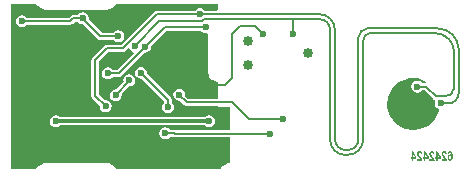
<source format=gbl>
G04*
G04 #@! TF.GenerationSoftware,Altium Limited,Altium Designer,21.3.2 (30)*
G04*
G04 Layer_Physical_Order=2*
G04 Layer_Color=16711680*
%FSLAX25Y25*%
%MOIN*%
G70*
G04*
G04 #@! TF.SameCoordinates,7ABE349C-8111-4F2D-99A8-EBCD4980564F*
G04*
G04*
G04 #@! TF.FilePolarity,Positive*
G04*
G01*
G75*
%ADD12C,0.00787*%
%ADD32C,0.03347*%
%ADD50C,0.02362*%
%ADD51C,0.01181*%
G36*
X70866Y55248D02*
X70503Y54748D01*
X66589D01*
X66380Y55061D01*
X65729Y55496D01*
X64961Y55649D01*
X64193Y55496D01*
X63541Y55061D01*
X63332Y54748D01*
X59612D01*
X59499Y54725D01*
X57724D01*
X57610Y54748D01*
X57610Y54748D01*
X50591D01*
X50130Y54656D01*
X49739Y54395D01*
X49739Y54395D01*
X38743Y43399D01*
X33927D01*
X33466Y43308D01*
X33076Y43046D01*
X33076Y43046D01*
X29070Y39040D01*
X28809Y38650D01*
X28717Y38189D01*
X28717Y38189D01*
Y26449D01*
X28717Y26449D01*
X28809Y25988D01*
X29070Y25597D01*
X31575Y23092D01*
X31525Y22838D01*
X31677Y22070D01*
X32113Y21419D01*
X32764Y20984D01*
X33532Y20831D01*
X34300Y20984D01*
X34951Y21419D01*
X35386Y22070D01*
X35539Y22838D01*
X35386Y23606D01*
X34951Y24257D01*
X34300Y24692D01*
X33532Y24845D01*
X33278Y24795D01*
X31126Y26947D01*
Y37690D01*
X34426Y40991D01*
X39242D01*
X39242Y40991D01*
X39703Y41082D01*
X40094Y41343D01*
X40968Y42217D01*
X41513Y42055D01*
X41888Y41494D01*
X42539Y41059D01*
X42648Y41037D01*
X42793Y40559D01*
X37297Y35063D01*
X35815D01*
X35671Y35278D01*
X35020Y35713D01*
X34252Y35865D01*
X33484Y35713D01*
X32833Y35278D01*
X32398Y34626D01*
X32245Y33858D01*
X32398Y33090D01*
X32833Y32439D01*
X33484Y32004D01*
X34252Y31851D01*
X35020Y32004D01*
X35671Y32439D01*
X35815Y32654D01*
X37795D01*
X37795Y32654D01*
X38256Y32746D01*
X38647Y33007D01*
X46385Y40745D01*
X46639Y40695D01*
X47407Y40848D01*
X48058Y41283D01*
X48493Y41934D01*
X48646Y42702D01*
X48596Y42955D01*
X53648Y48008D01*
X65366D01*
X65510Y47793D01*
X66161Y47358D01*
X66929Y47205D01*
X67198Y47259D01*
X67692Y46847D01*
Y33860D01*
X67784Y33399D01*
X68084Y32675D01*
X68344Y32285D01*
X68899Y31730D01*
X69289Y31469D01*
X70013Y31169D01*
X70474Y31078D01*
X70866D01*
Y25346D01*
X61091D01*
X59986Y26450D01*
X60037Y26704D01*
X59884Y27472D01*
X59449Y28123D01*
X58798Y28558D01*
X58030Y28711D01*
X57262Y28558D01*
X56611Y28123D01*
X56176Y27472D01*
X56023Y26704D01*
X56176Y25936D01*
X56611Y25285D01*
X57262Y24850D01*
X58030Y24697D01*
X58283Y24747D01*
X59740Y23290D01*
X60131Y23029D01*
X60592Y22938D01*
X70866D01*
Y22638D01*
X74803D01*
Y14984D01*
X56576D01*
X56420Y15015D01*
X56420Y15015D01*
X54994D01*
X54850Y15230D01*
X54199Y15665D01*
X53431Y15818D01*
X52663Y15665D01*
X52012Y15230D01*
X51577Y14579D01*
X51424Y13810D01*
X51577Y13042D01*
X52012Y12391D01*
X52663Y11956D01*
X53431Y11803D01*
X54199Y11956D01*
X54850Y12391D01*
X54994Y12606D01*
X56296D01*
X56451Y12575D01*
X56451Y12575D01*
X74803D01*
Y3921D01*
X74168Y3837D01*
X73210Y3440D01*
X72388Y2809D01*
X71772Y2007D01*
X36887D01*
X36272Y2808D01*
X35450Y3439D01*
X34492Y3836D01*
X33530Y3962D01*
X33463Y3976D01*
X14277Y3977D01*
X13778Y3977D01*
X13778Y3977D01*
X13778Y3977D01*
X13777Y3977D01*
Y3977D01*
X13709Y3963D01*
X12751Y3837D01*
X11793Y3440D01*
X10970Y2809D01*
X10355Y2007D01*
X2007D01*
Y57048D01*
X10357D01*
X10972Y56247D01*
X11794Y55616D01*
X12752Y55220D01*
X13714Y55093D01*
X13781Y55080D01*
X32967Y55078D01*
X33466Y55078D01*
X33466Y55078D01*
X33466Y55078D01*
X33467Y55078D01*
Y55078D01*
X33535Y55092D01*
X34493Y55218D01*
X35451Y55615D01*
X36274Y56246D01*
X36889Y57048D01*
X70866D01*
Y55248D01*
D02*
G37*
G36*
X136387Y32265D02*
X137537Y32170D01*
X139089Y31743D01*
X140366Y31121D01*
X140225Y30633D01*
X138964D01*
X138821Y30848D01*
X138170Y31283D01*
X137402Y31436D01*
X136634Y31283D01*
X135982Y30848D01*
X135547Y30197D01*
X135395Y29429D01*
X135547Y28661D01*
X135982Y28010D01*
X136634Y27575D01*
X137402Y27422D01*
X138170Y27575D01*
X138821Y28010D01*
X138964Y28225D01*
X139837D01*
X142708Y25354D01*
X143098Y25093D01*
X143151Y25082D01*
X143421Y24587D01*
X143416Y24559D01*
X143269Y23819D01*
X143421Y23051D01*
X143856Y22400D01*
X144508Y21965D01*
X144722Y21922D01*
X144592Y21212D01*
X144098Y19974D01*
X143947Y19842D01*
X143827Y19687D01*
X143697Y19540D01*
X143548Y19283D01*
X143112Y18606D01*
X142042Y17367D01*
X140785Y16364D01*
X139363Y15610D01*
X137828Y15131D01*
X136372Y14961D01*
X136220Y14961D01*
X136038Y14957D01*
X134818Y15042D01*
X134335Y15130D01*
X133257Y15411D01*
X132672Y15647D01*
X131779Y16067D01*
X131098Y16517D01*
X130439Y16994D01*
X129633Y17800D01*
X129289Y18162D01*
X128363Y19563D01*
X127710Y21181D01*
X127395Y22897D01*
X127411Y23770D01*
X127411D01*
X127411Y24534D01*
X127499Y25050D01*
X127688Y26002D01*
X128140Y27222D01*
X128217Y27410D01*
X129022Y28754D01*
X130090Y29958D01*
X131361Y30944D01*
X132792Y31679D01*
X134306Y32128D01*
X134362Y32140D01*
X135463Y32253D01*
X135925Y32283D01*
Y32283D01*
X135926Y32283D01*
X136387Y32265D01*
D02*
G37*
G36*
X146371Y7932D02*
X146435Y7928D01*
X146554Y7902D01*
X146657Y7864D01*
X146704Y7843D01*
X146742Y7821D01*
X146780Y7800D01*
X146814Y7779D01*
X146840Y7762D01*
X146861Y7740D01*
X146878Y7728D01*
X146895Y7715D01*
X146899Y7711D01*
X146904Y7706D01*
X146942Y7660D01*
X146980Y7613D01*
X147040Y7502D01*
X147087Y7383D01*
X147121Y7268D01*
X147134Y7212D01*
X147146Y7161D01*
X147155Y7114D01*
X147163Y7076D01*
X147168Y7042D01*
Y7016D01*
X147172Y6999D01*
Y6995D01*
X146674Y6931D01*
X146665Y7021D01*
X146652Y7097D01*
X146631Y7161D01*
X146606Y7221D01*
X146580Y7268D01*
X146550Y7306D01*
X146516Y7340D01*
X146486Y7366D01*
X146452Y7387D01*
X146422Y7404D01*
X146393Y7412D01*
X146367Y7421D01*
X146346Y7425D01*
X146329Y7429D01*
X146316D01*
X146260Y7425D01*
X146214Y7412D01*
X146171Y7395D01*
X146133Y7374D01*
X146107Y7353D01*
X146086Y7336D01*
X146073Y7323D01*
X146069Y7319D01*
X146035Y7276D01*
X146013Y7225D01*
X145996Y7174D01*
X145984Y7123D01*
X145975Y7076D01*
X145971Y7038D01*
Y7012D01*
Y7008D01*
Y7004D01*
X145975Y6931D01*
X145988Y6859D01*
X146009Y6795D01*
X146026Y6735D01*
X146047Y6684D01*
X146069Y6646D01*
X146081Y6620D01*
X146086Y6616D01*
Y6612D01*
X146103Y6586D01*
X146124Y6552D01*
X146154Y6514D01*
X146184Y6475D01*
X146248Y6390D01*
X146320Y6305D01*
X146384Y6228D01*
X146414Y6194D01*
X146439Y6160D01*
X146465Y6134D01*
X146482Y6117D01*
X146491Y6105D01*
X146495Y6100D01*
X146571Y6015D01*
X146640Y5930D01*
X146704Y5853D01*
X146763Y5781D01*
X146814Y5713D01*
X146861Y5649D01*
X146899Y5593D01*
X146938Y5538D01*
X146968Y5491D01*
X146993Y5453D01*
X147014Y5415D01*
X147031Y5389D01*
X147044Y5363D01*
X147053Y5346D01*
X147061Y5338D01*
Y5334D01*
X147108Y5223D01*
X147151Y5116D01*
X147181Y5014D01*
X147202Y4920D01*
X147210Y4878D01*
X147215Y4839D01*
X147223Y4810D01*
Y4780D01*
X147227Y4754D01*
X147232Y4737D01*
Y4729D01*
Y4724D01*
X145468D01*
Y5295D01*
X146469D01*
X146435Y5355D01*
X146405Y5410D01*
X146388Y5432D01*
X146375Y5449D01*
X146371Y5457D01*
X146367Y5461D01*
X146354Y5478D01*
X146337Y5504D01*
X146290Y5555D01*
X146243Y5615D01*
X146188Y5674D01*
X146141Y5734D01*
X146098Y5781D01*
X146081Y5798D01*
X146069Y5811D01*
X146064Y5819D01*
X146060Y5824D01*
X145971Y5926D01*
X145894Y6019D01*
X145830Y6100D01*
X145779Y6173D01*
X145736Y6228D01*
X145711Y6267D01*
X145694Y6292D01*
X145690Y6301D01*
X145651Y6369D01*
X145617Y6437D01*
X145587Y6501D01*
X145566Y6556D01*
X145545Y6603D01*
X145532Y6641D01*
X145528Y6663D01*
X145523Y6671D01*
X145506Y6739D01*
X145489Y6808D01*
X145481Y6871D01*
X145477Y6931D01*
X145472Y6978D01*
X145468Y7016D01*
Y7042D01*
Y7050D01*
X145472Y7114D01*
X145477Y7178D01*
X145502Y7293D01*
X145536Y7400D01*
X145575Y7489D01*
X145596Y7532D01*
X145613Y7566D01*
X145630Y7596D01*
X145647Y7621D01*
X145660Y7643D01*
X145673Y7655D01*
X145677Y7664D01*
X145681Y7668D01*
X145724Y7715D01*
X145766Y7757D01*
X145817Y7792D01*
X145864Y7821D01*
X145920Y7851D01*
X145971Y7873D01*
X146069Y7902D01*
X146162Y7924D01*
X146201Y7928D01*
X146235Y7932D01*
X146265Y7937D01*
X146303D01*
X146371Y7932D01*
D02*
G37*
G36*
X142290D02*
X142354Y7928D01*
X142473Y7902D01*
X142576Y7864D01*
X142622Y7843D01*
X142661Y7821D01*
X142699Y7800D01*
X142733Y7779D01*
X142759Y7762D01*
X142780Y7740D01*
X142797Y7728D01*
X142814Y7715D01*
X142818Y7711D01*
X142823Y7706D01*
X142861Y7660D01*
X142899Y7613D01*
X142959Y7502D01*
X143006Y7383D01*
X143040Y7268D01*
X143053Y7212D01*
X143065Y7161D01*
X143074Y7114D01*
X143082Y7076D01*
X143087Y7042D01*
Y7016D01*
X143091Y6999D01*
Y6995D01*
X142593Y6931D01*
X142584Y7021D01*
X142571Y7097D01*
X142550Y7161D01*
X142524Y7221D01*
X142499Y7268D01*
X142469Y7306D01*
X142435Y7340D01*
X142405Y7366D01*
X142371Y7387D01*
X142341Y7404D01*
X142311Y7412D01*
X142286Y7421D01*
X142264Y7425D01*
X142247Y7429D01*
X142235D01*
X142179Y7425D01*
X142132Y7412D01*
X142090Y7395D01*
X142051Y7374D01*
X142026Y7353D01*
X142005Y7336D01*
X141992Y7323D01*
X141988Y7319D01*
X141954Y7276D01*
X141932Y7225D01*
X141915Y7174D01*
X141902Y7123D01*
X141894Y7076D01*
X141890Y7038D01*
Y7012D01*
Y7008D01*
Y7004D01*
X141894Y6931D01*
X141907Y6859D01*
X141928Y6795D01*
X141945Y6735D01*
X141966Y6684D01*
X141988Y6646D01*
X142000Y6620D01*
X142005Y6616D01*
Y6612D01*
X142022Y6586D01*
X142043Y6552D01*
X142073Y6514D01*
X142103Y6475D01*
X142167Y6390D01*
X142239Y6305D01*
X142303Y6228D01*
X142333Y6194D01*
X142358Y6160D01*
X142384Y6134D01*
X142401Y6117D01*
X142409Y6105D01*
X142414Y6100D01*
X142490Y6015D01*
X142559Y5930D01*
X142622Y5853D01*
X142682Y5781D01*
X142733Y5713D01*
X142780Y5649D01*
X142818Y5593D01*
X142857Y5538D01*
X142886Y5491D01*
X142912Y5453D01*
X142933Y5415D01*
X142950Y5389D01*
X142963Y5363D01*
X142972Y5346D01*
X142980Y5338D01*
Y5334D01*
X143027Y5223D01*
X143070Y5116D01*
X143099Y5014D01*
X143121Y4920D01*
X143129Y4878D01*
X143134Y4839D01*
X143142Y4810D01*
Y4780D01*
X143146Y4754D01*
X143151Y4737D01*
Y4729D01*
Y4724D01*
X141387D01*
Y5295D01*
X142388D01*
X142354Y5355D01*
X142324Y5410D01*
X142307Y5432D01*
X142294Y5449D01*
X142290Y5457D01*
X142286Y5461D01*
X142273Y5478D01*
X142256Y5504D01*
X142209Y5555D01*
X142162Y5615D01*
X142107Y5674D01*
X142060Y5734D01*
X142017Y5781D01*
X142000Y5798D01*
X141988Y5811D01*
X141983Y5819D01*
X141979Y5824D01*
X141890Y5926D01*
X141813Y6019D01*
X141749Y6100D01*
X141698Y6173D01*
X141655Y6228D01*
X141630Y6267D01*
X141613Y6292D01*
X141609Y6301D01*
X141570Y6369D01*
X141536Y6437D01*
X141506Y6501D01*
X141485Y6556D01*
X141464Y6603D01*
X141451Y6641D01*
X141447Y6663D01*
X141442Y6671D01*
X141425Y6739D01*
X141408Y6808D01*
X141400Y6871D01*
X141395Y6931D01*
X141391Y6978D01*
X141387Y7016D01*
Y7042D01*
Y7050D01*
X141391Y7114D01*
X141395Y7178D01*
X141421Y7293D01*
X141455Y7400D01*
X141493Y7489D01*
X141515Y7532D01*
X141532Y7566D01*
X141549Y7596D01*
X141566Y7621D01*
X141579Y7643D01*
X141592Y7655D01*
X141596Y7664D01*
X141600Y7668D01*
X141643Y7715D01*
X141685Y7757D01*
X141736Y7792D01*
X141783Y7821D01*
X141839Y7851D01*
X141890Y7873D01*
X141988Y7902D01*
X142081Y7924D01*
X142120Y7928D01*
X142154Y7932D01*
X142184Y7937D01*
X142222D01*
X142290Y7932D01*
D02*
G37*
G36*
X138209D02*
X138273Y7928D01*
X138392Y7902D01*
X138494Y7864D01*
X138541Y7843D01*
X138580Y7821D01*
X138618Y7800D01*
X138652Y7779D01*
X138678Y7762D01*
X138699Y7740D01*
X138716Y7728D01*
X138733Y7715D01*
X138737Y7711D01*
X138742Y7706D01*
X138780Y7660D01*
X138818Y7613D01*
X138878Y7502D01*
X138925Y7383D01*
X138959Y7268D01*
X138972Y7212D01*
X138984Y7161D01*
X138993Y7114D01*
X139001Y7076D01*
X139006Y7042D01*
Y7016D01*
X139010Y6999D01*
Y6995D01*
X138512Y6931D01*
X138503Y7021D01*
X138490Y7097D01*
X138469Y7161D01*
X138443Y7221D01*
X138418Y7268D01*
X138388Y7306D01*
X138354Y7340D01*
X138324Y7366D01*
X138290Y7387D01*
X138260Y7404D01*
X138230Y7412D01*
X138205Y7421D01*
X138183Y7425D01*
X138166Y7429D01*
X138154D01*
X138098Y7425D01*
X138051Y7412D01*
X138009Y7395D01*
X137970Y7374D01*
X137945Y7353D01*
X137924Y7336D01*
X137911Y7323D01*
X137907Y7319D01*
X137873Y7276D01*
X137851Y7225D01*
X137834Y7174D01*
X137821Y7123D01*
X137813Y7076D01*
X137809Y7038D01*
Y7012D01*
Y7008D01*
Y7004D01*
X137813Y6931D01*
X137826Y6859D01*
X137847Y6795D01*
X137864Y6735D01*
X137885Y6684D01*
X137907Y6646D01*
X137919Y6620D01*
X137924Y6616D01*
Y6612D01*
X137941Y6586D01*
X137962Y6552D01*
X137992Y6514D01*
X138022Y6475D01*
X138085Y6390D01*
X138158Y6305D01*
X138222Y6228D01*
X138252Y6194D01*
X138277Y6160D01*
X138303Y6134D01*
X138320Y6117D01*
X138328Y6105D01*
X138333Y6100D01*
X138409Y6015D01*
X138477Y5930D01*
X138541Y5853D01*
X138601Y5781D01*
X138652Y5713D01*
X138699Y5649D01*
X138737Y5593D01*
X138776Y5538D01*
X138805Y5491D01*
X138831Y5453D01*
X138852Y5415D01*
X138869Y5389D01*
X138882Y5363D01*
X138891Y5346D01*
X138899Y5338D01*
Y5334D01*
X138946Y5223D01*
X138989Y5116D01*
X139018Y5014D01*
X139040Y4920D01*
X139048Y4878D01*
X139052Y4839D01*
X139061Y4810D01*
Y4780D01*
X139065Y4754D01*
X139069Y4737D01*
Y4729D01*
Y4724D01*
X137306D01*
Y5295D01*
X138307D01*
X138273Y5355D01*
X138243Y5410D01*
X138226Y5432D01*
X138213Y5449D01*
X138209Y5457D01*
X138205Y5461D01*
X138192Y5478D01*
X138175Y5504D01*
X138128Y5555D01*
X138081Y5615D01*
X138026Y5674D01*
X137979Y5734D01*
X137936Y5781D01*
X137919Y5798D01*
X137907Y5811D01*
X137902Y5819D01*
X137898Y5824D01*
X137809Y5926D01*
X137732Y6019D01*
X137668Y6100D01*
X137617Y6173D01*
X137574Y6228D01*
X137549Y6267D01*
X137532Y6292D01*
X137527Y6301D01*
X137489Y6369D01*
X137455Y6437D01*
X137425Y6501D01*
X137404Y6556D01*
X137383Y6603D01*
X137370Y6641D01*
X137365Y6663D01*
X137361Y6671D01*
X137344Y6739D01*
X137327Y6808D01*
X137319Y6871D01*
X137314Y6931D01*
X137310Y6978D01*
X137306Y7016D01*
Y7042D01*
Y7050D01*
X137310Y7114D01*
X137314Y7178D01*
X137340Y7293D01*
X137374Y7400D01*
X137412Y7489D01*
X137434Y7532D01*
X137451Y7566D01*
X137468Y7596D01*
X137485Y7621D01*
X137498Y7643D01*
X137510Y7655D01*
X137515Y7664D01*
X137519Y7668D01*
X137562Y7715D01*
X137604Y7757D01*
X137655Y7792D01*
X137702Y7821D01*
X137758Y7851D01*
X137809Y7873D01*
X137907Y7902D01*
X138000Y7924D01*
X138039Y7928D01*
X138073Y7932D01*
X138102Y7937D01*
X138141D01*
X138209Y7932D01*
D02*
G37*
G36*
X148331D02*
X148403Y7919D01*
X148476Y7902D01*
X148539Y7877D01*
X148599Y7847D01*
X148659Y7813D01*
X148710Y7779D01*
X148757Y7745D01*
X148799Y7706D01*
X148838Y7672D01*
X148867Y7638D01*
X148897Y7608D01*
X148919Y7583D01*
X148931Y7566D01*
X148940Y7553D01*
X148944Y7549D01*
X148991Y7472D01*
X149034Y7383D01*
X149068Y7289D01*
X149098Y7187D01*
X149123Y7084D01*
X149149Y6978D01*
X149166Y6871D01*
X149179Y6769D01*
X149191Y6671D01*
X149200Y6582D01*
X149204Y6501D01*
X149208Y6428D01*
X149213Y6369D01*
Y6322D01*
Y6305D01*
Y6292D01*
Y6288D01*
Y6284D01*
X149208Y6126D01*
X149200Y5981D01*
X149187Y5845D01*
X149174Y5721D01*
X149153Y5610D01*
X149132Y5508D01*
X149110Y5419D01*
X149085Y5338D01*
X149059Y5265D01*
X149038Y5206D01*
X149017Y5155D01*
X148995Y5112D01*
X148983Y5078D01*
X148970Y5057D01*
X148961Y5044D01*
X148957Y5040D01*
X148906Y4976D01*
X148855Y4916D01*
X148799Y4869D01*
X148744Y4827D01*
X148689Y4788D01*
X148633Y4758D01*
X148582Y4737D01*
X148531Y4716D01*
X148484Y4699D01*
X148442Y4690D01*
X148399Y4682D01*
X148365Y4673D01*
X148339D01*
X148318Y4669D01*
X148301D01*
X148237Y4673D01*
X148173Y4682D01*
X148114Y4695D01*
X148054Y4716D01*
X147952Y4758D01*
X147866Y4814D01*
X147828Y4839D01*
X147794Y4865D01*
X147768Y4886D01*
X147743Y4912D01*
X147726Y4929D01*
X147713Y4942D01*
X147705Y4950D01*
X147700Y4954D01*
X147658Y5010D01*
X147619Y5074D01*
X147585Y5138D01*
X147555Y5201D01*
X147534Y5270D01*
X147513Y5334D01*
X147483Y5461D01*
X147475Y5521D01*
X147466Y5576D01*
X147462Y5623D01*
X147458Y5666D01*
X147453Y5704D01*
Y5730D01*
Y5747D01*
Y5751D01*
X147458Y5836D01*
X147462Y5922D01*
X147475Y5998D01*
X147492Y6071D01*
X147509Y6139D01*
X147526Y6203D01*
X147547Y6258D01*
X147568Y6313D01*
X147594Y6356D01*
X147615Y6399D01*
X147632Y6433D01*
X147649Y6463D01*
X147666Y6484D01*
X147679Y6501D01*
X147683Y6509D01*
X147687Y6514D01*
X147730Y6565D01*
X147777Y6607D01*
X147824Y6650D01*
X147866Y6680D01*
X147913Y6710D01*
X147960Y6731D01*
X148041Y6769D01*
X148114Y6786D01*
X148148Y6795D01*
X148173Y6799D01*
X148195Y6803D01*
X148224D01*
X148275Y6799D01*
X148322Y6795D01*
X148369Y6782D01*
X148407Y6769D01*
X148437Y6756D01*
X148463Y6748D01*
X148480Y6739D01*
X148484Y6735D01*
X148527Y6705D01*
X148565Y6675D01*
X148599Y6641D01*
X148633Y6607D01*
X148659Y6577D01*
X148676Y6552D01*
X148689Y6535D01*
X148693Y6531D01*
X148684Y6629D01*
X148680Y6718D01*
X148667Y6799D01*
X148659Y6876D01*
X148646Y6940D01*
X148637Y6999D01*
X148625Y7050D01*
X148612Y7097D01*
X148603Y7136D01*
X148591Y7170D01*
X148582Y7195D01*
X148574Y7216D01*
X148565Y7233D01*
X148561Y7246D01*
X148557Y7255D01*
X148514Y7315D01*
X148467Y7357D01*
X148420Y7391D01*
X148378Y7412D01*
X148339Y7425D01*
X148305Y7429D01*
X148288Y7434D01*
X148280D01*
X148233Y7429D01*
X148195Y7417D01*
X148160Y7400D01*
X148126Y7378D01*
X148079Y7319D01*
X148041Y7255D01*
X148015Y7191D01*
X147998Y7131D01*
X147994Y7110D01*
X147990Y7093D01*
Y7080D01*
Y7076D01*
X147504Y7140D01*
X147517Y7212D01*
X147530Y7280D01*
X147547Y7344D01*
X147568Y7404D01*
X147590Y7455D01*
X147611Y7506D01*
X147632Y7549D01*
X147653Y7587D01*
X147675Y7621D01*
X147692Y7655D01*
X147713Y7677D01*
X147726Y7698D01*
X147743Y7715D01*
X147751Y7728D01*
X147756Y7732D01*
X147760Y7736D01*
X147798Y7770D01*
X147837Y7804D01*
X147922Y7851D01*
X148003Y7890D01*
X148084Y7911D01*
X148152Y7928D01*
X148182Y7932D01*
X148203D01*
X148224Y7937D01*
X148254D01*
X148331Y7932D01*
D02*
G37*
G36*
X145217Y5904D02*
Y5368D01*
X144139D01*
Y4724D01*
X143653D01*
Y5368D01*
X143330D01*
Y5909D01*
X143653D01*
Y7937D01*
X144079D01*
X145217Y5904D01*
D02*
G37*
G36*
X141136D02*
Y5368D01*
X140058D01*
Y4724D01*
X139572D01*
Y5368D01*
X139249D01*
Y5909D01*
X139572D01*
Y7937D01*
X139998D01*
X141136Y5904D01*
D02*
G37*
G36*
X137055D02*
Y5368D01*
X135977D01*
Y4724D01*
X135491D01*
Y5368D01*
X135167D01*
Y5909D01*
X135491D01*
Y7937D01*
X135917D01*
X137055Y5904D01*
D02*
G37*
%LPC*%
G36*
X25829Y54171D02*
X25061Y54018D01*
X24410Y53583D01*
X24267Y53368D01*
X22655D01*
X22194Y53276D01*
X21803Y53015D01*
X21803Y53015D01*
X21238Y52450D01*
X7142D01*
X6999Y52665D01*
X6347Y53100D01*
X5579Y53253D01*
X4811Y53100D01*
X4160Y52665D01*
X3725Y52014D01*
X3572Y51245D01*
X3725Y50477D01*
X4160Y49826D01*
X4811Y49391D01*
X5579Y49238D01*
X6347Y49391D01*
X6999Y49826D01*
X7142Y50041D01*
X21737D01*
X21737Y50041D01*
X22198Y50133D01*
X22588Y50394D01*
X23154Y50959D01*
X24267D01*
X24410Y50744D01*
X25061Y50309D01*
X25829Y50157D01*
X26049Y50200D01*
X30879Y45370D01*
X30879Y45370D01*
X31270Y45109D01*
X31731Y45018D01*
X36185D01*
X36329Y44803D01*
X36980Y44368D01*
X37748Y44215D01*
X38516Y44368D01*
X39167Y44803D01*
X39602Y45454D01*
X39755Y46222D01*
X39602Y46990D01*
X39167Y47641D01*
X38516Y48076D01*
X37748Y48229D01*
X36980Y48076D01*
X36329Y47641D01*
X36185Y47426D01*
X32230D01*
X27779Y51876D01*
X27837Y52164D01*
X27684Y52932D01*
X27249Y53583D01*
X26598Y54018D01*
X25829Y54171D01*
D02*
G37*
G36*
X41339Y33503D02*
X40571Y33350D01*
X39919Y32915D01*
X39484Y32264D01*
X39331Y31496D01*
X39432Y30993D01*
X36917Y28479D01*
X36889Y28484D01*
X36121Y28331D01*
X35470Y27896D01*
X35035Y27245D01*
X34883Y26477D01*
X35035Y25709D01*
X35470Y25058D01*
X36121Y24623D01*
X36889Y24470D01*
X37658Y24623D01*
X38309Y25058D01*
X38744Y25709D01*
X38897Y26477D01*
X38801Y26957D01*
X41334Y29490D01*
X41339Y29489D01*
X42107Y29642D01*
X42758Y30077D01*
X43193Y30728D01*
X43346Y31496D01*
X43193Y32264D01*
X42758Y32915D01*
X42107Y33350D01*
X41339Y33503D01*
D02*
G37*
G36*
X45258Y36013D02*
X44490Y35860D01*
X43839Y35425D01*
X43404Y34774D01*
X43251Y34006D01*
X43404Y33238D01*
X43839Y32587D01*
X44490Y32152D01*
X45258Y31999D01*
X45572Y32061D01*
X53051Y24582D01*
X53024Y24093D01*
X52837Y23968D01*
X52402Y23317D01*
X52249Y22549D01*
X52402Y21781D01*
X52837Y21130D01*
X53488Y20695D01*
X54256Y20542D01*
X55024Y20695D01*
X55675Y21130D01*
X56110Y21781D01*
X56263Y22549D01*
X56110Y23317D01*
X55675Y23968D01*
X55460Y24112D01*
Y25080D01*
X55460Y25080D01*
X55369Y25541D01*
X55107Y25932D01*
X47227Y33813D01*
X47265Y34006D01*
X47112Y34774D01*
X46677Y35425D01*
X46026Y35860D01*
X45258Y36013D01*
D02*
G37*
G36*
X67970Y19928D02*
X67202Y19775D01*
X66551Y19340D01*
X66541Y19326D01*
X18216D01*
X17666Y19693D01*
X16898Y19846D01*
X16130Y19693D01*
X15479Y19258D01*
X15044Y18607D01*
X14891Y17839D01*
X15044Y17071D01*
X15479Y16420D01*
X16130Y15984D01*
X16898Y15832D01*
X17666Y15984D01*
X18317Y16420D01*
X18381Y16516D01*
X66541D01*
X66551Y16501D01*
X67202Y16066D01*
X67970Y15913D01*
X68738Y16066D01*
X69389Y16501D01*
X69824Y17152D01*
X69977Y17921D01*
X69824Y18689D01*
X69389Y19340D01*
X68738Y19775D01*
X67970Y19928D01*
D02*
G37*
G36*
X148327Y6352D02*
X148301D01*
X148246Y6347D01*
X148199Y6330D01*
X148156Y6305D01*
X148118Y6279D01*
X148088Y6254D01*
X148067Y6228D01*
X148054Y6211D01*
X148050Y6207D01*
X148015Y6147D01*
X147990Y6075D01*
X147973Y5998D01*
X147960Y5922D01*
X147952Y5853D01*
Y5824D01*
X147947Y5798D01*
Y5777D01*
Y5760D01*
Y5751D01*
Y5747D01*
X147952Y5640D01*
X147960Y5551D01*
X147977Y5474D01*
X147994Y5415D01*
X148011Y5368D01*
X148028Y5334D01*
X148037Y5317D01*
X148041Y5308D01*
X148079Y5265D01*
X148118Y5231D01*
X148156Y5210D01*
X148195Y5193D01*
X148224Y5184D01*
X148250Y5180D01*
X148271Y5176D01*
X148275D01*
X148327Y5184D01*
X148378Y5201D01*
X148420Y5227D01*
X148459Y5257D01*
X148493Y5283D01*
X148514Y5308D01*
X148531Y5325D01*
X148535Y5334D01*
X148574Y5402D01*
X148599Y5474D01*
X148620Y5555D01*
X148633Y5627D01*
X148642Y5696D01*
Y5725D01*
X148646Y5751D01*
Y5772D01*
Y5789D01*
Y5798D01*
Y5802D01*
X148642Y5900D01*
X148629Y5981D01*
X148616Y6053D01*
X148595Y6109D01*
X148578Y6156D01*
X148565Y6186D01*
X148552Y6207D01*
X148548Y6211D01*
X148510Y6258D01*
X148467Y6292D01*
X148424Y6318D01*
X148386Y6335D01*
X148352Y6343D01*
X148327Y6352D01*
D02*
G37*
G36*
X144139Y6999D02*
Y5909D01*
X144744D01*
X144139Y6999D01*
D02*
G37*
G36*
X140058D02*
Y5909D01*
X140663D01*
X140058Y6999D01*
D02*
G37*
G36*
X135977D02*
Y5909D01*
X136582D01*
X135977Y6999D01*
D02*
G37*
%LPD*%
D12*
X147616Y23807D02*
G03*
X151181Y27373I0J3566D01*
G01*
Y41732D02*
G03*
X144095Y48819I-7087J0D01*
G01*
X109873Y48425D02*
G03*
X104755Y53543I-5118J0D01*
G01*
X120866Y48850D02*
G03*
X117717Y45700I0J-3150D01*
G01*
X114173Y8299D02*
G03*
X117717Y11842I0J3543D01*
G01*
X109904Y11811D02*
G03*
X113447Y8268I3543J0D01*
G01*
X121684Y47244D02*
G03*
X119353Y44913I0J-2331D01*
G01*
X149606Y40945D02*
G03*
X143307Y47244I-6299J0D01*
G01*
X108268Y48394D02*
G03*
X104724Y51938I-3543J0D01*
G01*
X146678Y26206D02*
G03*
X149606Y29134I0J2928D01*
G01*
X114173Y6693D02*
G03*
X119322Y11842I0J5149D01*
G01*
X108268Y11767D02*
G03*
X113386Y6649I5118J0D01*
G01*
X113492Y6693D02*
G03*
X113386Y6649I0J-151D01*
G01*
X148175Y26636D02*
G03*
X148628Y26977I-995J1792D01*
G01*
X149538Y28666D02*
G03*
X149606Y29339I-3271J673D01*
G01*
X148628Y26977D02*
G03*
X149538Y28666I-2362J2362D01*
G01*
X64961Y53543D02*
X104755D01*
X57610D02*
X57633Y53521D01*
X59590D02*
X59612Y53543D01*
X64862D02*
X64961Y53642D01*
X50591Y53543D02*
X57610D01*
X57633Y53521D02*
X59590D01*
X59612Y53543D02*
X64862D01*
X151181Y27373D02*
Y41732D01*
X145287Y23807D02*
X147616D01*
X120866Y48819D02*
X144095D01*
X117717Y11842D02*
Y45700D01*
X109904Y11811D02*
Y48425D01*
X113478Y8299D02*
X114173D01*
X113447Y8268D02*
X113478Y8299D01*
X66313Y51938D02*
X95967D01*
X65533Y51157D02*
X66313Y51938D01*
X51354Y51157D02*
X65533D01*
X140336Y29429D02*
X143559Y26206D01*
X137402Y29429D02*
X140336D01*
X145276Y23819D02*
X145287Y23807D01*
X143559Y26206D02*
X146678D01*
X121684Y47244D02*
X143307D01*
X95967Y51938D02*
X104724D01*
X149606Y33465D02*
Y40945D01*
X108268Y11767D02*
Y48394D01*
X113492Y6693D02*
X114173D01*
X149606Y29339D02*
Y33465D01*
X29921Y38189D02*
X33927Y42195D01*
X39242D02*
X50591Y53543D01*
X33927Y42195D02*
X39242D01*
X26005Y51948D02*
X31731Y46222D01*
X37748D01*
X5579Y51245D02*
X21737D01*
X22655Y52164D01*
X25829D01*
X43307Y42913D02*
Y43110D01*
X51354Y51157D01*
X53150Y49213D02*
X66929D01*
X46639Y42702D02*
Y42702D01*
X53150Y49213D01*
X37795Y33858D02*
X46639Y42702D01*
X34252Y33858D02*
X37795D01*
X41339Y31197D02*
Y31496D01*
X36889Y26748D02*
X41339Y31197D01*
X45258Y34078D02*
X54256Y25080D01*
X45258Y34006D02*
Y34078D01*
X36889Y26477D02*
Y26748D01*
X29921Y26449D02*
X33532Y22838D01*
X29921Y26449D02*
Y38189D01*
X60592Y24142D02*
X75705D01*
X81363Y18484D02*
X92598D01*
X75705Y24142D02*
X81363Y18484D01*
X56451Y13780D02*
X88189D01*
X53431Y13810D02*
X56420D01*
X56451Y13780D01*
X73227Y29920D02*
X75590Y32283D01*
Y46850D02*
X78347Y49606D01*
X75590Y32283D02*
Y46850D01*
X83381Y49606D02*
X85967Y47020D01*
X78347Y49606D02*
X83381D01*
X58030Y26704D02*
X60592Y24142D01*
X58030Y26704D02*
X58030D01*
X54256Y22549D02*
Y25080D01*
X16898Y17839D02*
X16980Y17921D01*
X95967Y47020D02*
Y51938D01*
X69072Y29920D02*
X73227D01*
X68480Y30512D02*
X69072Y29920D01*
X67913Y30512D02*
X68480D01*
X119322Y11842D02*
Y44913D01*
X149606Y33465D02*
X149606D01*
D32*
X80945Y44551D02*
D03*
Y36551D02*
D03*
X100945Y40551D02*
D03*
D50*
X137402Y29429D02*
D03*
Y17913D02*
D03*
X145276Y23819D02*
D03*
X64961Y53642D02*
D03*
X41706Y49282D02*
D03*
X37748Y46222D02*
D03*
X5579Y51245D02*
D03*
X25829Y52164D02*
D03*
X54823Y4626D02*
D03*
X33661Y8268D02*
D03*
X55158Y11112D02*
D03*
X67829Y11221D02*
D03*
X41339Y31496D02*
D03*
X45258Y34006D02*
D03*
X36889Y26477D02*
D03*
X46639Y42702D02*
D03*
X43307Y42913D02*
D03*
X88189Y13780D02*
D03*
X50035Y22282D02*
D03*
X54256Y22549D02*
D03*
X58611Y55883D02*
D03*
X16898Y17839D02*
D03*
X53431Y13810D02*
D03*
X67970Y17921D02*
D03*
X72891D02*
D03*
X92598Y18484D02*
D03*
X40390Y23860D02*
D03*
X95967Y47020D02*
D03*
X85967D02*
D03*
X58030Y26704D02*
D03*
X33532Y22838D02*
D03*
X6247Y5263D02*
D03*
X66535Y35433D02*
D03*
Y46063D02*
D03*
X37402Y37402D02*
D03*
X34252Y33858D02*
D03*
X56309Y38584D02*
D03*
X66929Y49213D02*
D03*
X12598Y15354D02*
D03*
D51*
X16980Y17921D02*
X67970D01*
M02*

</source>
